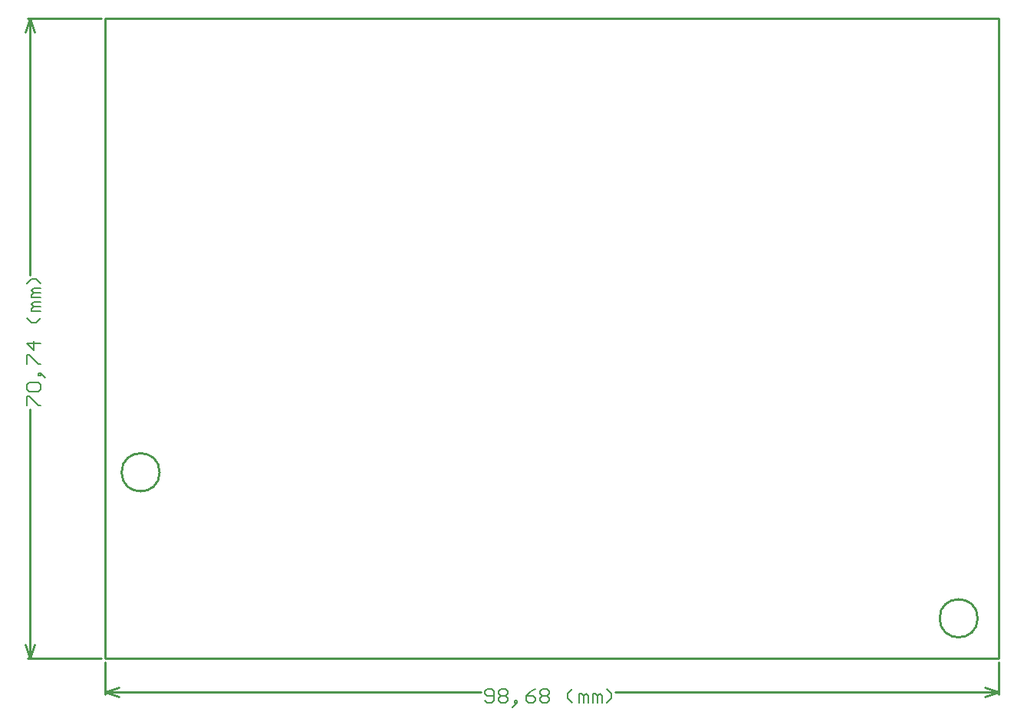
<source format=gm1>
G04*
G04 #@! TF.GenerationSoftware,Altium Limited,Altium Designer,19.0.15 (446)*
G04*
G04 Layer_Color=16711935*
%FSLAX25Y25*%
%MOIN*%
G70*
G01*
G75*
%ADD10C,0.01000*%
%ADD11C,0.00600*%
D10*
X23776Y81000D02*
G03*
X23776Y81000I-8276J0D01*
G01*
X379276Y17500D02*
G03*
X379276Y17500I-8276J0D01*
G01*
X0Y278500D02*
X388500D01*
X0Y0D02*
X388500D01*
Y278500D01*
X0Y0D02*
Y278500D01*
X-34500Y6000D02*
X-32500Y0D01*
X-30500Y6000D01*
X-32500Y278500D02*
X-30500Y272500D01*
X-34500D02*
X-32500Y278500D01*
Y0D02*
Y108559D01*
Y166741D02*
Y278500D01*
X-33500Y0D02*
X-1500D01*
X-33500Y278500D02*
X-1500D01*
X0Y-14500D02*
X6000Y-12500D01*
X0Y-14500D02*
X6000Y-16500D01*
X382500D02*
X388500Y-14500D01*
X382500Y-12500D02*
X388500Y-14500D01*
X0D02*
X163559D01*
X221741D02*
X388500D01*
X0Y-15500D02*
Y-1500D01*
X388500Y-15500D02*
Y-1500D01*
D11*
X-33899Y110159D02*
Y114158D01*
X-32900D01*
X-28901Y110159D01*
X-27901D01*
X-32900Y116157D02*
X-33899Y117157D01*
Y119156D01*
X-32900Y120156D01*
X-28901D01*
X-27901Y119156D01*
Y117157D01*
X-28901Y116157D01*
X-32900D01*
X-26902Y123155D02*
X-27901Y124154D01*
X-28901D01*
Y123155D01*
X-27901D01*
Y124154D01*
X-26902Y123155D01*
X-25902Y122155D01*
X-33899Y128153D02*
Y132152D01*
X-32900D01*
X-28901Y128153D01*
X-27901D01*
Y137150D02*
X-33899D01*
X-30900Y134151D01*
Y138150D01*
X-27901Y148147D02*
X-29901Y146147D01*
X-31900D01*
X-33899Y148147D01*
X-27901Y151146D02*
X-31900D01*
Y152145D01*
X-30900Y153145D01*
X-27901D01*
X-30900D01*
X-31900Y154145D01*
X-30900Y155144D01*
X-27901D01*
Y157144D02*
X-31900D01*
Y158143D01*
X-30900Y159143D01*
X-27901D01*
X-30900D01*
X-31900Y160143D01*
X-30900Y161142D01*
X-27901D01*
Y163142D02*
X-29901Y165141D01*
X-31900D01*
X-33899Y163142D01*
X165159Y-18099D02*
X166159Y-19099D01*
X168158D01*
X169158Y-18099D01*
Y-14100D01*
X168158Y-13101D01*
X166159D01*
X165159Y-14100D01*
Y-15100D01*
X166159Y-16100D01*
X169158D01*
X171157Y-14100D02*
X172157Y-13101D01*
X174156D01*
X175156Y-14100D01*
Y-15100D01*
X174156Y-16100D01*
X175156Y-17099D01*
Y-18099D01*
X174156Y-19099D01*
X172157D01*
X171157Y-18099D01*
Y-17099D01*
X172157Y-16100D01*
X171157Y-15100D01*
Y-14100D01*
X172157Y-16100D02*
X174156D01*
X178155Y-20098D02*
X179154Y-19099D01*
Y-18099D01*
X178155D01*
Y-19099D01*
X179154D01*
X178155Y-20098D01*
X177155Y-21098D01*
X187152Y-13101D02*
X185152Y-14100D01*
X183153Y-16100D01*
Y-18099D01*
X184153Y-19099D01*
X186152D01*
X187152Y-18099D01*
Y-17099D01*
X186152Y-16100D01*
X183153D01*
X189151Y-14100D02*
X190151Y-13101D01*
X192150D01*
X193150Y-14100D01*
Y-15100D01*
X192150Y-16100D01*
X193150Y-17099D01*
Y-18099D01*
X192150Y-19099D01*
X190151D01*
X189151Y-18099D01*
Y-17099D01*
X190151Y-16100D01*
X189151Y-15100D01*
Y-14100D01*
X190151Y-16100D02*
X192150D01*
X203147Y-19099D02*
X201147Y-17099D01*
Y-15100D01*
X203147Y-13101D01*
X206146Y-19099D02*
Y-15100D01*
X207145D01*
X208145Y-16100D01*
Y-19099D01*
Y-16100D01*
X209145Y-15100D01*
X210144Y-16100D01*
Y-19099D01*
X212144D02*
Y-15100D01*
X213143D01*
X214143Y-16100D01*
Y-19099D01*
Y-16100D01*
X215143Y-15100D01*
X216142Y-16100D01*
Y-19099D01*
X218142D02*
X220141Y-17099D01*
Y-15100D01*
X218142Y-13101D01*
M02*

</source>
